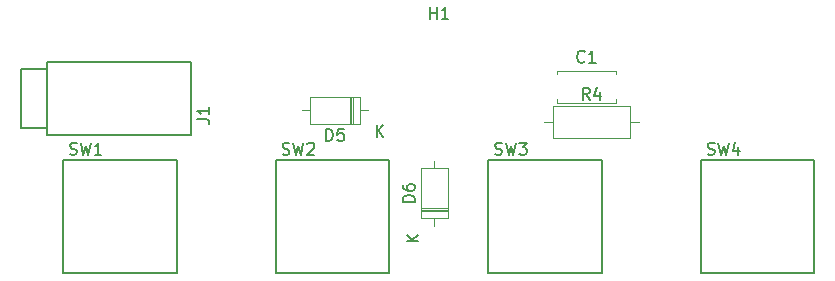
<source format=gbr>
G04 #@! TF.GenerationSoftware,KiCad,Pcbnew,(5.0.1-3-g963ef8bb5)*
G04 #@! TF.CreationDate,2019-02-12T17:52:07-08:00*
G04 #@! TF.ProjectId,4button-3wire,34627574746F6E2D33776972652E6B69,rev?*
G04 #@! TF.SameCoordinates,Original*
G04 #@! TF.FileFunction,Legend,Top*
G04 #@! TF.FilePolarity,Positive*
%FSLAX46Y46*%
G04 Gerber Fmt 4.6, Leading zero omitted, Abs format (unit mm)*
G04 Created by KiCad (PCBNEW (5.0.1-3-g963ef8bb5)) date Tuesday, February 12, 2019 at 05:52:07 PM*
%MOMM*%
%LPD*%
G01*
G04 APERTURE LIST*
%ADD10C,0.150000*%
%ADD11C,0.120000*%
G04 APERTURE END LIST*
D10*
G04 #@! TO.C,SW2*
X98800000Y-118800000D02*
X98800000Y-109200000D01*
X89200000Y-118800000D02*
X98800000Y-118800000D01*
X89200000Y-109200000D02*
X89200000Y-118800000D01*
X98800000Y-109200000D02*
X89200000Y-109200000D01*
G04 #@! TO.C,SW4*
X134800000Y-109200000D02*
X125200000Y-109200000D01*
X125200000Y-109200000D02*
X125200000Y-118800000D01*
X125200000Y-118800000D02*
X134800000Y-118800000D01*
X134800000Y-118800000D02*
X134800000Y-109200000D01*
G04 #@! TO.C,SW1*
X80800000Y-109200000D02*
X71200000Y-109200000D01*
X71200000Y-109200000D02*
X71200000Y-118800000D01*
X71200000Y-118800000D02*
X80800000Y-118800000D01*
X80800000Y-118800000D02*
X80800000Y-109200000D01*
G04 #@! TO.C,SW3*
X116800000Y-109200000D02*
X107200000Y-109200000D01*
X107200000Y-109200000D02*
X107200000Y-118800000D01*
X107200000Y-118800000D02*
X116800000Y-118800000D01*
X116800000Y-118800000D02*
X116800000Y-109200000D01*
D11*
G04 #@! TO.C,D5*
X95710000Y-106120000D02*
X95710000Y-103880000D01*
X95470000Y-106120000D02*
X95470000Y-103880000D01*
X95590000Y-106120000D02*
X95590000Y-103880000D01*
X91420000Y-105000000D02*
X92070000Y-105000000D01*
X96960000Y-105000000D02*
X96310000Y-105000000D01*
X92070000Y-106120000D02*
X96310000Y-106120000D01*
X92070000Y-103880000D02*
X92070000Y-106120000D01*
X96310000Y-103880000D02*
X92070000Y-103880000D01*
X96310000Y-106120000D02*
X96310000Y-103880000D01*
G04 #@! TO.C,C1*
X113030000Y-101630000D02*
X117970000Y-101630000D01*
X113030000Y-104370000D02*
X117970000Y-104370000D01*
X113030000Y-101630000D02*
X113030000Y-101945000D01*
X113030000Y-104055000D02*
X113030000Y-104370000D01*
X117970000Y-101630000D02*
X117970000Y-101945000D01*
X117970000Y-104055000D02*
X117970000Y-104370000D01*
G04 #@! TO.C,R4*
X119960000Y-106000000D02*
X119190000Y-106000000D01*
X111880000Y-106000000D02*
X112650000Y-106000000D01*
X119190000Y-104630000D02*
X112650000Y-104630000D01*
X119190000Y-107370000D02*
X119190000Y-104630000D01*
X112650000Y-107370000D02*
X119190000Y-107370000D01*
X112650000Y-104630000D02*
X112650000Y-107370000D01*
D10*
G04 #@! TO.C,J1*
X67600000Y-101500000D02*
X69800000Y-101500000D01*
X67600000Y-106500000D02*
X67600000Y-101500000D01*
X69800000Y-106500000D02*
X67600000Y-106500000D01*
X82000000Y-107100000D02*
X69800000Y-107100000D01*
X82000000Y-100900000D02*
X82000000Y-107100000D01*
X69800000Y-100900000D02*
X82000000Y-100900000D01*
X69800000Y-107100000D02*
X69800000Y-100900000D01*
D11*
G04 #@! TO.C,D6*
X101496000Y-113534000D02*
X103736000Y-113534000D01*
X101496000Y-113294000D02*
X103736000Y-113294000D01*
X101496000Y-113414000D02*
X103736000Y-113414000D01*
X102616000Y-109244000D02*
X102616000Y-109894000D01*
X102616000Y-114784000D02*
X102616000Y-114134000D01*
X101496000Y-109894000D02*
X101496000Y-114134000D01*
X103736000Y-109894000D02*
X101496000Y-109894000D01*
X103736000Y-114134000D02*
X103736000Y-109894000D01*
X101496000Y-114134000D02*
X103736000Y-114134000D01*
G04 #@! TO.C,SW2*
D10*
X89766666Y-108704761D02*
X89909523Y-108752380D01*
X90147619Y-108752380D01*
X90242857Y-108704761D01*
X90290476Y-108657142D01*
X90338095Y-108561904D01*
X90338095Y-108466666D01*
X90290476Y-108371428D01*
X90242857Y-108323809D01*
X90147619Y-108276190D01*
X89957142Y-108228571D01*
X89861904Y-108180952D01*
X89814285Y-108133333D01*
X89766666Y-108038095D01*
X89766666Y-107942857D01*
X89814285Y-107847619D01*
X89861904Y-107800000D01*
X89957142Y-107752380D01*
X90195238Y-107752380D01*
X90338095Y-107800000D01*
X90671428Y-107752380D02*
X90909523Y-108752380D01*
X91100000Y-108038095D01*
X91290476Y-108752380D01*
X91528571Y-107752380D01*
X91861904Y-107847619D02*
X91909523Y-107800000D01*
X92004761Y-107752380D01*
X92242857Y-107752380D01*
X92338095Y-107800000D01*
X92385714Y-107847619D01*
X92433333Y-107942857D01*
X92433333Y-108038095D01*
X92385714Y-108180952D01*
X91814285Y-108752380D01*
X92433333Y-108752380D01*
G04 #@! TO.C,SW4*
X125766666Y-108704761D02*
X125909523Y-108752380D01*
X126147619Y-108752380D01*
X126242857Y-108704761D01*
X126290476Y-108657142D01*
X126338095Y-108561904D01*
X126338095Y-108466666D01*
X126290476Y-108371428D01*
X126242857Y-108323809D01*
X126147619Y-108276190D01*
X125957142Y-108228571D01*
X125861904Y-108180952D01*
X125814285Y-108133333D01*
X125766666Y-108038095D01*
X125766666Y-107942857D01*
X125814285Y-107847619D01*
X125861904Y-107800000D01*
X125957142Y-107752380D01*
X126195238Y-107752380D01*
X126338095Y-107800000D01*
X126671428Y-107752380D02*
X126909523Y-108752380D01*
X127100000Y-108038095D01*
X127290476Y-108752380D01*
X127528571Y-107752380D01*
X128338095Y-108085714D02*
X128338095Y-108752380D01*
X128100000Y-107704761D02*
X127861904Y-108419047D01*
X128480952Y-108419047D01*
G04 #@! TO.C,SW1*
X71766666Y-108704761D02*
X71909523Y-108752380D01*
X72147619Y-108752380D01*
X72242857Y-108704761D01*
X72290476Y-108657142D01*
X72338095Y-108561904D01*
X72338095Y-108466666D01*
X72290476Y-108371428D01*
X72242857Y-108323809D01*
X72147619Y-108276190D01*
X71957142Y-108228571D01*
X71861904Y-108180952D01*
X71814285Y-108133333D01*
X71766666Y-108038095D01*
X71766666Y-107942857D01*
X71814285Y-107847619D01*
X71861904Y-107800000D01*
X71957142Y-107752380D01*
X72195238Y-107752380D01*
X72338095Y-107800000D01*
X72671428Y-107752380D02*
X72909523Y-108752380D01*
X73100000Y-108038095D01*
X73290476Y-108752380D01*
X73528571Y-107752380D01*
X74433333Y-108752380D02*
X73861904Y-108752380D01*
X74147619Y-108752380D02*
X74147619Y-107752380D01*
X74052380Y-107895238D01*
X73957142Y-107990476D01*
X73861904Y-108038095D01*
G04 #@! TO.C,SW3*
X107766666Y-108704761D02*
X107909523Y-108752380D01*
X108147619Y-108752380D01*
X108242857Y-108704761D01*
X108290476Y-108657142D01*
X108338095Y-108561904D01*
X108338095Y-108466666D01*
X108290476Y-108371428D01*
X108242857Y-108323809D01*
X108147619Y-108276190D01*
X107957142Y-108228571D01*
X107861904Y-108180952D01*
X107814285Y-108133333D01*
X107766666Y-108038095D01*
X107766666Y-107942857D01*
X107814285Y-107847619D01*
X107861904Y-107800000D01*
X107957142Y-107752380D01*
X108195238Y-107752380D01*
X108338095Y-107800000D01*
X108671428Y-107752380D02*
X108909523Y-108752380D01*
X109100000Y-108038095D01*
X109290476Y-108752380D01*
X109528571Y-107752380D01*
X109814285Y-107752380D02*
X110433333Y-107752380D01*
X110100000Y-108133333D01*
X110242857Y-108133333D01*
X110338095Y-108180952D01*
X110385714Y-108228571D01*
X110433333Y-108323809D01*
X110433333Y-108561904D01*
X110385714Y-108657142D01*
X110338095Y-108704761D01*
X110242857Y-108752380D01*
X109957142Y-108752380D01*
X109861904Y-108704761D01*
X109814285Y-108657142D01*
G04 #@! TO.C,D5*
X93451904Y-107572380D02*
X93451904Y-106572380D01*
X93690000Y-106572380D01*
X93832857Y-106620000D01*
X93928095Y-106715238D01*
X93975714Y-106810476D01*
X94023333Y-107000952D01*
X94023333Y-107143809D01*
X93975714Y-107334285D01*
X93928095Y-107429523D01*
X93832857Y-107524761D01*
X93690000Y-107572380D01*
X93451904Y-107572380D01*
X94928095Y-106572380D02*
X94451904Y-106572380D01*
X94404285Y-107048571D01*
X94451904Y-107000952D01*
X94547142Y-106953333D01*
X94785238Y-106953333D01*
X94880476Y-107000952D01*
X94928095Y-107048571D01*
X94975714Y-107143809D01*
X94975714Y-107381904D01*
X94928095Y-107477142D01*
X94880476Y-107524761D01*
X94785238Y-107572380D01*
X94547142Y-107572380D01*
X94451904Y-107524761D01*
X94404285Y-107477142D01*
X97738095Y-107252380D02*
X97738095Y-106252380D01*
X98309523Y-107252380D02*
X97880952Y-106680952D01*
X98309523Y-106252380D02*
X97738095Y-106823809D01*
G04 #@! TO.C,C1*
X115333333Y-100857142D02*
X115285714Y-100904761D01*
X115142857Y-100952380D01*
X115047619Y-100952380D01*
X114904761Y-100904761D01*
X114809523Y-100809523D01*
X114761904Y-100714285D01*
X114714285Y-100523809D01*
X114714285Y-100380952D01*
X114761904Y-100190476D01*
X114809523Y-100095238D01*
X114904761Y-100000000D01*
X115047619Y-99952380D01*
X115142857Y-99952380D01*
X115285714Y-100000000D01*
X115333333Y-100047619D01*
X116285714Y-100952380D02*
X115714285Y-100952380D01*
X116000000Y-100952380D02*
X116000000Y-99952380D01*
X115904761Y-100095238D01*
X115809523Y-100190476D01*
X115714285Y-100238095D01*
G04 #@! TO.C,H1*
X102238095Y-97252380D02*
X102238095Y-96252380D01*
X102238095Y-96728571D02*
X102809523Y-96728571D01*
X102809523Y-97252380D02*
X102809523Y-96252380D01*
X103809523Y-97252380D02*
X103238095Y-97252380D01*
X103523809Y-97252380D02*
X103523809Y-96252380D01*
X103428571Y-96395238D01*
X103333333Y-96490476D01*
X103238095Y-96538095D01*
G04 #@! TO.C,R4*
X115753333Y-104082380D02*
X115420000Y-103606190D01*
X115181904Y-104082380D02*
X115181904Y-103082380D01*
X115562857Y-103082380D01*
X115658095Y-103130000D01*
X115705714Y-103177619D01*
X115753333Y-103272857D01*
X115753333Y-103415714D01*
X115705714Y-103510952D01*
X115658095Y-103558571D01*
X115562857Y-103606190D01*
X115181904Y-103606190D01*
X116610476Y-103415714D02*
X116610476Y-104082380D01*
X116372380Y-103034761D02*
X116134285Y-103749047D01*
X116753333Y-103749047D01*
G04 #@! TO.C,J1*
X82552380Y-105733333D02*
X83266666Y-105733333D01*
X83409523Y-105780952D01*
X83504761Y-105876190D01*
X83552380Y-106019047D01*
X83552380Y-106114285D01*
X83552380Y-104733333D02*
X83552380Y-105304761D01*
X83552380Y-105019047D02*
X82552380Y-105019047D01*
X82695238Y-105114285D01*
X82790476Y-105209523D01*
X82838095Y-105304761D01*
G04 #@! TO.C,D6*
X100948380Y-112752095D02*
X99948380Y-112752095D01*
X99948380Y-112514000D01*
X99996000Y-112371142D01*
X100091238Y-112275904D01*
X100186476Y-112228285D01*
X100376952Y-112180666D01*
X100519809Y-112180666D01*
X100710285Y-112228285D01*
X100805523Y-112275904D01*
X100900761Y-112371142D01*
X100948380Y-112514000D01*
X100948380Y-112752095D01*
X99948380Y-111323523D02*
X99948380Y-111514000D01*
X99996000Y-111609238D01*
X100043619Y-111656857D01*
X100186476Y-111752095D01*
X100376952Y-111799714D01*
X100757904Y-111799714D01*
X100853142Y-111752095D01*
X100900761Y-111704476D01*
X100948380Y-111609238D01*
X100948380Y-111418761D01*
X100900761Y-111323523D01*
X100853142Y-111275904D01*
X100757904Y-111228285D01*
X100519809Y-111228285D01*
X100424571Y-111275904D01*
X100376952Y-111323523D01*
X100329333Y-111418761D01*
X100329333Y-111609238D01*
X100376952Y-111704476D01*
X100424571Y-111752095D01*
X100519809Y-111799714D01*
X101268380Y-116085904D02*
X100268380Y-116085904D01*
X101268380Y-115514476D02*
X100696952Y-115943047D01*
X100268380Y-115514476D02*
X100839809Y-116085904D01*
G04 #@! TD*
M02*

</source>
